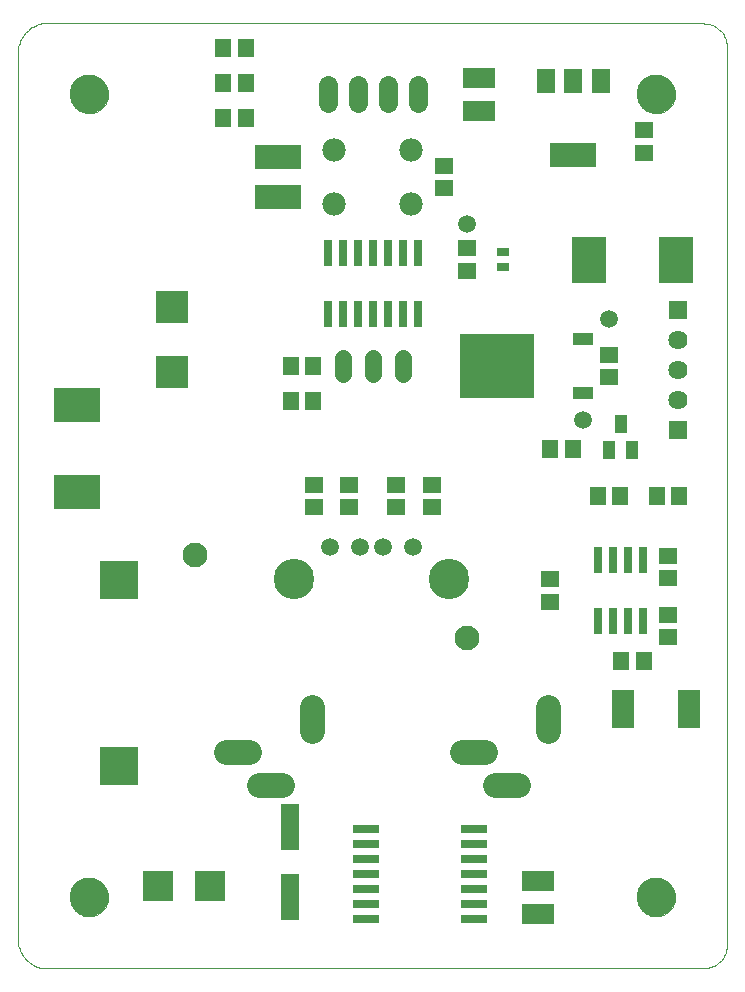
<source format=gts>
G75*
G70*
%OFA0B0*%
%FSLAX24Y24*%
%IPPOS*%
%LPD*%
%AMOC8*
5,1,8,0,0,1.08239X$1,22.5*
%
%ADD10C,0.0000*%
%ADD11C,0.0827*%
%ADD12C,0.1346*%
%ADD13C,0.0594*%
%ADD14C,0.0560*%
%ADD15R,0.0640X0.0640*%
%ADD16C,0.0640*%
%ADD17C,0.1300*%
%ADD18R,0.1103X0.1103*%
%ADD19R,0.0631X0.0552*%
%ADD20R,0.0552X0.0631*%
%ADD21C,0.0780*%
%ADD22R,0.1540X0.0800*%
%ADD23R,0.0276X0.0906*%
%ADD24R,0.0906X0.0276*%
%ADD25R,0.1103X0.0670*%
%ADD26R,0.0591X0.1536*%
%ADD27R,0.1300X0.1300*%
%ADD28R,0.2481X0.2166*%
%ADD29R,0.0670X0.0434*%
%ADD30R,0.0434X0.0591*%
%ADD31R,0.0749X0.1300*%
%ADD32C,0.0640*%
%ADD33R,0.0631X0.0827*%
%ADD34R,0.1536X0.0827*%
%ADD35R,0.1142X0.1536*%
%ADD36R,0.1536X0.1142*%
%ADD37R,0.0985X0.0985*%
%ADD38R,0.0394X0.0316*%
%ADD39C,0.0827*%
%ADD40C,0.0591*%
D10*
X015719Y008027D02*
X015719Y037160D01*
X015718Y037160D02*
X015708Y037220D01*
X015702Y037280D01*
X015699Y037341D01*
X015700Y037401D01*
X015704Y037462D01*
X015713Y037522D01*
X015724Y037581D01*
X015740Y037640D01*
X015759Y037698D01*
X015781Y037754D01*
X015807Y037809D01*
X015836Y037862D01*
X015868Y037914D01*
X015903Y037963D01*
X015941Y038011D01*
X015982Y038055D01*
X016025Y038098D01*
X016071Y038137D01*
X016119Y038174D01*
X016170Y038208D01*
X016222Y038238D01*
X016276Y038266D01*
X016332Y038290D01*
X016389Y038311D01*
X016447Y038328D01*
X016506Y038342D01*
X038553Y038342D01*
X038553Y038341D02*
X038607Y038339D01*
X038660Y038334D01*
X038713Y038325D01*
X038765Y038312D01*
X038817Y038296D01*
X038867Y038276D01*
X038915Y038253D01*
X038962Y038226D01*
X039007Y038197D01*
X039050Y038164D01*
X039090Y038129D01*
X039128Y038091D01*
X039163Y038051D01*
X039196Y038008D01*
X039225Y037963D01*
X039252Y037916D01*
X039275Y037868D01*
X039295Y037818D01*
X039311Y037766D01*
X039324Y037714D01*
X039333Y037661D01*
X039338Y037608D01*
X039340Y037554D01*
X039341Y037554D02*
X039341Y007633D01*
X039340Y007633D02*
X039338Y007579D01*
X039333Y007526D01*
X039324Y007473D01*
X039311Y007421D01*
X039295Y007369D01*
X039275Y007319D01*
X039252Y007271D01*
X039225Y007224D01*
X039196Y007179D01*
X039163Y007136D01*
X039128Y007096D01*
X039090Y007058D01*
X039050Y007023D01*
X039007Y006990D01*
X038962Y006961D01*
X038915Y006934D01*
X038867Y006911D01*
X038817Y006891D01*
X038765Y006875D01*
X038713Y006862D01*
X038660Y006853D01*
X038607Y006848D01*
X038553Y006846D01*
X016506Y006846D01*
X016506Y006845D02*
X016447Y006859D01*
X016389Y006876D01*
X016332Y006897D01*
X016276Y006921D01*
X016222Y006949D01*
X016170Y006979D01*
X016119Y007013D01*
X016071Y007050D01*
X016025Y007089D01*
X015982Y007132D01*
X015941Y007176D01*
X015903Y007224D01*
X015868Y007273D01*
X015836Y007325D01*
X015807Y007378D01*
X015781Y007433D01*
X015759Y007489D01*
X015740Y007547D01*
X015724Y007606D01*
X015713Y007665D01*
X015704Y007725D01*
X015700Y007786D01*
X015699Y007846D01*
X015702Y007907D01*
X015708Y007967D01*
X015718Y008027D01*
X017451Y009208D02*
X017453Y009258D01*
X017459Y009308D01*
X017469Y009357D01*
X017483Y009405D01*
X017500Y009452D01*
X017521Y009497D01*
X017546Y009541D01*
X017574Y009582D01*
X017606Y009621D01*
X017640Y009658D01*
X017677Y009692D01*
X017717Y009722D01*
X017759Y009749D01*
X017803Y009773D01*
X017849Y009794D01*
X017896Y009810D01*
X017944Y009823D01*
X017994Y009832D01*
X018043Y009837D01*
X018094Y009838D01*
X018144Y009835D01*
X018193Y009828D01*
X018242Y009817D01*
X018290Y009802D01*
X018336Y009784D01*
X018381Y009762D01*
X018424Y009736D01*
X018465Y009707D01*
X018504Y009675D01*
X018540Y009640D01*
X018572Y009602D01*
X018602Y009562D01*
X018629Y009519D01*
X018652Y009475D01*
X018671Y009429D01*
X018687Y009381D01*
X018699Y009332D01*
X018707Y009283D01*
X018711Y009233D01*
X018711Y009183D01*
X018707Y009133D01*
X018699Y009084D01*
X018687Y009035D01*
X018671Y008987D01*
X018652Y008941D01*
X018629Y008897D01*
X018602Y008854D01*
X018572Y008814D01*
X018540Y008776D01*
X018504Y008741D01*
X018465Y008709D01*
X018424Y008680D01*
X018381Y008654D01*
X018336Y008632D01*
X018290Y008614D01*
X018242Y008599D01*
X018193Y008588D01*
X018144Y008581D01*
X018094Y008578D01*
X018043Y008579D01*
X017994Y008584D01*
X017944Y008593D01*
X017896Y008606D01*
X017849Y008622D01*
X017803Y008643D01*
X017759Y008667D01*
X017717Y008694D01*
X017677Y008724D01*
X017640Y008758D01*
X017606Y008795D01*
X017574Y008834D01*
X017546Y008875D01*
X017521Y008919D01*
X017500Y008964D01*
X017483Y009011D01*
X017469Y009059D01*
X017459Y009108D01*
X017453Y009158D01*
X017451Y009208D01*
X036349Y009208D02*
X036351Y009258D01*
X036357Y009308D01*
X036367Y009357D01*
X036381Y009405D01*
X036398Y009452D01*
X036419Y009497D01*
X036444Y009541D01*
X036472Y009582D01*
X036504Y009621D01*
X036538Y009658D01*
X036575Y009692D01*
X036615Y009722D01*
X036657Y009749D01*
X036701Y009773D01*
X036747Y009794D01*
X036794Y009810D01*
X036842Y009823D01*
X036892Y009832D01*
X036941Y009837D01*
X036992Y009838D01*
X037042Y009835D01*
X037091Y009828D01*
X037140Y009817D01*
X037188Y009802D01*
X037234Y009784D01*
X037279Y009762D01*
X037322Y009736D01*
X037363Y009707D01*
X037402Y009675D01*
X037438Y009640D01*
X037470Y009602D01*
X037500Y009562D01*
X037527Y009519D01*
X037550Y009475D01*
X037569Y009429D01*
X037585Y009381D01*
X037597Y009332D01*
X037605Y009283D01*
X037609Y009233D01*
X037609Y009183D01*
X037605Y009133D01*
X037597Y009084D01*
X037585Y009035D01*
X037569Y008987D01*
X037550Y008941D01*
X037527Y008897D01*
X037500Y008854D01*
X037470Y008814D01*
X037438Y008776D01*
X037402Y008741D01*
X037363Y008709D01*
X037322Y008680D01*
X037279Y008654D01*
X037234Y008632D01*
X037188Y008614D01*
X037140Y008599D01*
X037091Y008588D01*
X037042Y008581D01*
X036992Y008578D01*
X036941Y008579D01*
X036892Y008584D01*
X036842Y008593D01*
X036794Y008606D01*
X036747Y008622D01*
X036701Y008643D01*
X036657Y008667D01*
X036615Y008694D01*
X036575Y008724D01*
X036538Y008758D01*
X036504Y008795D01*
X036472Y008834D01*
X036444Y008875D01*
X036419Y008919D01*
X036398Y008964D01*
X036381Y009011D01*
X036367Y009059D01*
X036357Y009108D01*
X036351Y009158D01*
X036349Y009208D01*
X036349Y035979D02*
X036351Y036029D01*
X036357Y036079D01*
X036367Y036128D01*
X036381Y036176D01*
X036398Y036223D01*
X036419Y036268D01*
X036444Y036312D01*
X036472Y036353D01*
X036504Y036392D01*
X036538Y036429D01*
X036575Y036463D01*
X036615Y036493D01*
X036657Y036520D01*
X036701Y036544D01*
X036747Y036565D01*
X036794Y036581D01*
X036842Y036594D01*
X036892Y036603D01*
X036941Y036608D01*
X036992Y036609D01*
X037042Y036606D01*
X037091Y036599D01*
X037140Y036588D01*
X037188Y036573D01*
X037234Y036555D01*
X037279Y036533D01*
X037322Y036507D01*
X037363Y036478D01*
X037402Y036446D01*
X037438Y036411D01*
X037470Y036373D01*
X037500Y036333D01*
X037527Y036290D01*
X037550Y036246D01*
X037569Y036200D01*
X037585Y036152D01*
X037597Y036103D01*
X037605Y036054D01*
X037609Y036004D01*
X037609Y035954D01*
X037605Y035904D01*
X037597Y035855D01*
X037585Y035806D01*
X037569Y035758D01*
X037550Y035712D01*
X037527Y035668D01*
X037500Y035625D01*
X037470Y035585D01*
X037438Y035547D01*
X037402Y035512D01*
X037363Y035480D01*
X037322Y035451D01*
X037279Y035425D01*
X037234Y035403D01*
X037188Y035385D01*
X037140Y035370D01*
X037091Y035359D01*
X037042Y035352D01*
X036992Y035349D01*
X036941Y035350D01*
X036892Y035355D01*
X036842Y035364D01*
X036794Y035377D01*
X036747Y035393D01*
X036701Y035414D01*
X036657Y035438D01*
X036615Y035465D01*
X036575Y035495D01*
X036538Y035529D01*
X036504Y035566D01*
X036472Y035605D01*
X036444Y035646D01*
X036419Y035690D01*
X036398Y035735D01*
X036381Y035782D01*
X036367Y035830D01*
X036357Y035879D01*
X036351Y035929D01*
X036349Y035979D01*
X017451Y035979D02*
X017453Y036029D01*
X017459Y036079D01*
X017469Y036128D01*
X017483Y036176D01*
X017500Y036223D01*
X017521Y036268D01*
X017546Y036312D01*
X017574Y036353D01*
X017606Y036392D01*
X017640Y036429D01*
X017677Y036463D01*
X017717Y036493D01*
X017759Y036520D01*
X017803Y036544D01*
X017849Y036565D01*
X017896Y036581D01*
X017944Y036594D01*
X017994Y036603D01*
X018043Y036608D01*
X018094Y036609D01*
X018144Y036606D01*
X018193Y036599D01*
X018242Y036588D01*
X018290Y036573D01*
X018336Y036555D01*
X018381Y036533D01*
X018424Y036507D01*
X018465Y036478D01*
X018504Y036446D01*
X018540Y036411D01*
X018572Y036373D01*
X018602Y036333D01*
X018629Y036290D01*
X018652Y036246D01*
X018671Y036200D01*
X018687Y036152D01*
X018699Y036103D01*
X018707Y036054D01*
X018711Y036004D01*
X018711Y035954D01*
X018707Y035904D01*
X018699Y035855D01*
X018687Y035806D01*
X018671Y035758D01*
X018652Y035712D01*
X018629Y035668D01*
X018602Y035625D01*
X018572Y035585D01*
X018540Y035547D01*
X018504Y035512D01*
X018465Y035480D01*
X018424Y035451D01*
X018381Y035425D01*
X018336Y035403D01*
X018290Y035385D01*
X018242Y035370D01*
X018193Y035359D01*
X018144Y035352D01*
X018094Y035349D01*
X018043Y035350D01*
X017994Y035355D01*
X017944Y035364D01*
X017896Y035377D01*
X017849Y035393D01*
X017803Y035414D01*
X017759Y035438D01*
X017717Y035465D01*
X017677Y035495D01*
X017640Y035529D01*
X017606Y035566D01*
X017574Y035605D01*
X017546Y035646D01*
X017521Y035690D01*
X017500Y035735D01*
X017483Y035782D01*
X017469Y035830D01*
X017459Y035879D01*
X017453Y035929D01*
X017451Y035979D01*
D11*
X025500Y015558D02*
X025500Y014771D01*
X024516Y012960D02*
X023729Y012960D01*
X023414Y014062D02*
X022626Y014062D01*
X030500Y014062D02*
X031288Y014062D01*
X031603Y012960D02*
X032390Y012960D01*
X033374Y014771D02*
X033374Y015558D01*
D12*
X030077Y019834D03*
X024904Y019834D03*
D13*
X026112Y020901D03*
X027097Y020901D03*
X027884Y020901D03*
X028868Y020901D03*
D14*
X028530Y026664D02*
X028530Y027184D01*
X027530Y027184D02*
X027530Y026664D01*
X026530Y026664D02*
X026530Y027184D01*
D15*
X037715Y028790D03*
X037715Y024790D03*
D16*
X037715Y025790D03*
X037715Y026790D03*
X037715Y027790D03*
D17*
X036979Y035979D03*
X018081Y035979D03*
X018081Y009208D03*
X036979Y009208D03*
D18*
X020837Y026727D03*
X020837Y028893D03*
D19*
X025561Y022968D03*
X025561Y022220D03*
X026742Y022220D03*
X026742Y022968D03*
X028317Y022968D03*
X028317Y022220D03*
X029498Y022220D03*
X029498Y022968D03*
X033435Y019818D03*
X033435Y019070D03*
X037372Y018637D03*
X037372Y017889D03*
X037372Y019857D03*
X037372Y020605D03*
X035404Y026550D03*
X035404Y027298D03*
X030679Y030094D03*
X030679Y030842D03*
X029892Y032849D03*
X029892Y033598D03*
X036585Y034031D03*
X036585Y034779D03*
D20*
X034203Y024168D03*
X033455Y024168D03*
X035030Y022594D03*
X035778Y022594D03*
X036998Y022594D03*
X037746Y022594D03*
X036565Y017082D03*
X035817Y017082D03*
X025542Y025743D03*
X024794Y025743D03*
X024794Y026924D03*
X025542Y026924D03*
X023298Y035192D03*
X022549Y035192D03*
X022549Y036373D03*
X023298Y036373D03*
X023298Y037515D03*
X022549Y037515D03*
D21*
X026250Y034113D03*
X026250Y032333D03*
X028810Y032333D03*
X028810Y034113D03*
D22*
X024380Y033893D03*
X024380Y032554D03*
D23*
X026030Y030704D03*
X026530Y030704D03*
X027030Y030704D03*
X027530Y030704D03*
X028030Y030704D03*
X028530Y030704D03*
X029030Y030704D03*
X029030Y028657D03*
X028530Y028657D03*
X028030Y028657D03*
X027530Y028657D03*
X027030Y028657D03*
X026530Y028657D03*
X026030Y028657D03*
X035048Y020468D03*
X035548Y020468D03*
X036048Y020468D03*
X036548Y020468D03*
X036548Y018420D03*
X036048Y018420D03*
X035548Y018420D03*
X035048Y018420D03*
D24*
X030916Y011495D03*
X030916Y010995D03*
X030916Y010495D03*
X030916Y009995D03*
X030916Y009495D03*
X030916Y008995D03*
X030916Y008495D03*
X027294Y008495D03*
X027294Y008995D03*
X027294Y009495D03*
X027294Y009995D03*
X027294Y010495D03*
X027294Y010995D03*
X027294Y011495D03*
D25*
X033042Y009759D03*
X033042Y008657D03*
X031073Y035428D03*
X031073Y036531D03*
D26*
X024774Y011570D03*
X024774Y009208D03*
D27*
X019065Y013578D03*
X019065Y019798D03*
D28*
X031664Y026924D03*
D29*
X034538Y026027D03*
X034538Y027822D03*
D30*
X035798Y024995D03*
X036172Y024129D03*
X035423Y024129D03*
D31*
X035876Y015507D03*
X038081Y015507D03*
D32*
X029030Y035679D02*
X029030Y036279D01*
X028030Y036279D02*
X028030Y035679D01*
X027030Y035679D02*
X027030Y036279D01*
X026030Y036279D02*
X026030Y035679D01*
D33*
X033317Y036432D03*
X034223Y036432D03*
X035128Y036432D03*
D34*
X034223Y033952D03*
D35*
X034735Y030468D03*
X037648Y030468D03*
D36*
X017687Y025625D03*
X017687Y022712D03*
D37*
X020364Y009601D03*
X022097Y009601D03*
D38*
X031860Y030212D03*
X031860Y030723D03*
D39*
X021624Y020625D03*
X030679Y017869D03*
D40*
X034538Y025113D03*
X035404Y028499D03*
X030679Y031649D03*
M02*

</source>
